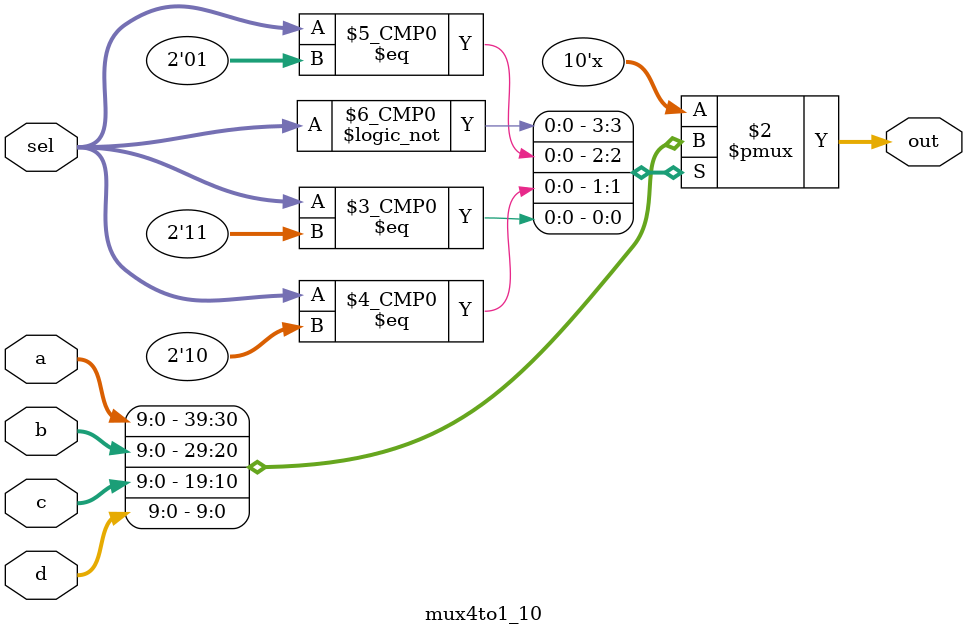
<source format=v>
module mux4to1_10 #(
    parameter WIDTH = 10
) (
    input wire [WIDTH-1 : 0] a,b,c,d,
    input wire [1:0] sel,
    output reg [WIDTH-1 : 0] out
);
    always @(sel or a or b or c or d)
    begin
        case(sel)
            2'd0 : out = a;
            2'd1 : out = b;
            2'd2 : out = c;
            2'd3 : out = d;
           default : out = {WIDTH{1'b0}};
        endcase
    end
endmodule
</source>
